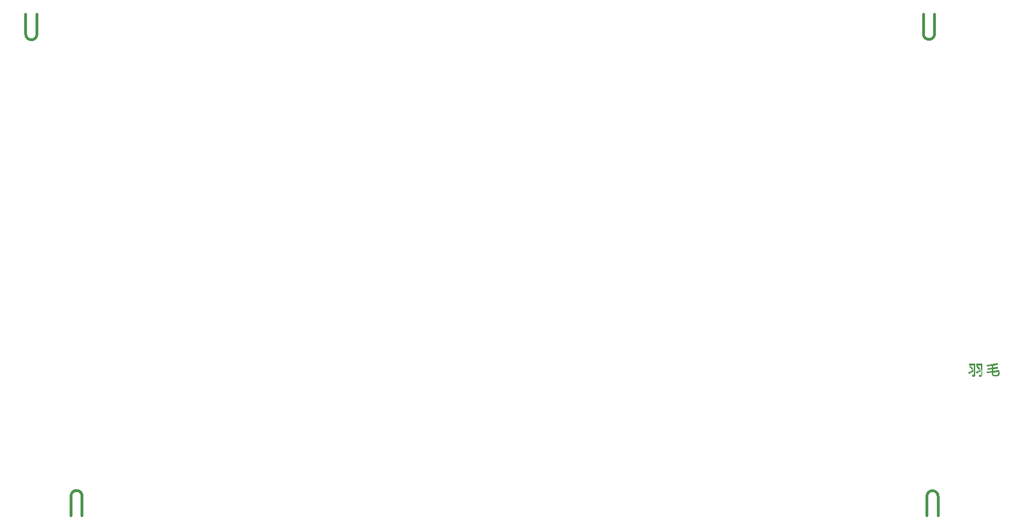
<source format=gbr>
G04 #@! TF.GenerationSoftware,KiCad,Pcbnew,(5.1.5-0-10_14)*
G04 #@! TF.CreationDate,2021-05-22T22:33:54+03:00*
G04 #@! TF.ProjectId,__ - Um_ FR4 Plates,bddb202d-2055-46d4-9d20-46523420506c,rev?*
G04 #@! TF.SameCoordinates,Original*
G04 #@! TF.FileFunction,Soldermask,Top*
G04 #@! TF.FilePolarity,Negative*
%FSLAX46Y46*%
G04 Gerber Fmt 4.6, Leading zero omitted, Abs format (unit mm)*
G04 Created by KiCad (PCBNEW (5.1.5-0-10_14)) date 2021-05-22 22:33:54*
%MOMM*%
%LPD*%
G04 APERTURE LIST*
%ADD10C,0.500000*%
%ADD11C,0.120000*%
%ADD12C,0.100000*%
G04 APERTURE END LIST*
D10*
X59620000Y-41370000D02*
X59620000Y-44905534D01*
X61620000Y-44905498D02*
G75*
G02X59620000Y-44905534I-1000000J-18D01*
G01*
X61620000Y-44905516D02*
X61620000Y-41370000D01*
X220070000Y-41300000D02*
X220070000Y-44835534D01*
X222070000Y-44835498D02*
G75*
G02X220070000Y-44835534I-1000000J-18D01*
G01*
X222070000Y-44835516D02*
X222070000Y-41300000D01*
X222700000Y-131190000D02*
X222700000Y-127654466D01*
X220700000Y-127654502D02*
G75*
G02X222700000Y-127654466I1000000J18D01*
G01*
X220700000Y-127654484D02*
X220700000Y-131190000D01*
X69690000Y-131160000D02*
X69690000Y-127624466D01*
X67690000Y-127624502D02*
G75*
G02X69690000Y-127624466I1000000J18D01*
G01*
X67690000Y-127624484D02*
X67690000Y-131160000D01*
D11*
X232420000Y-104120000D02*
X232430000Y-104550000D01*
X233280000Y-104650000D02*
X231580000Y-104850000D01*
X231580000Y-104750000D02*
X233250000Y-104580000D01*
X231440000Y-105390000D02*
X232420000Y-105300000D01*
X232300000Y-105360000D02*
X231470000Y-105460000D01*
X233470000Y-105240000D02*
X232390000Y-105350000D01*
X233480000Y-105160000D02*
X233470000Y-105240000D01*
X232420000Y-105230000D02*
X233480000Y-105160000D01*
X233230000Y-106030000D02*
X232560000Y-106020000D01*
X233500000Y-105910000D02*
X233230000Y-106030000D01*
X233590000Y-105530000D02*
X233500000Y-105910000D01*
X233530000Y-105510000D02*
X233590000Y-105530000D01*
X233460000Y-105840000D02*
X233530000Y-105510000D01*
X233270000Y-105930000D02*
X233460000Y-105840000D01*
X232870000Y-105960000D02*
X233270000Y-105930000D01*
X232520000Y-105960000D02*
X232870000Y-105960000D01*
X232370000Y-105810000D02*
X232520000Y-105960000D01*
X232360000Y-104200000D02*
X232370000Y-105810000D01*
X232140000Y-104230000D02*
X232360000Y-104200000D01*
X232840000Y-104070000D02*
X232140000Y-104230000D01*
X231520000Y-104230000D02*
X232840000Y-104070000D01*
X233250000Y-103950000D02*
X231520000Y-104230000D01*
X233250000Y-103880000D02*
X233250000Y-103950000D01*
X231450000Y-104170000D02*
X233250000Y-103880000D01*
X230160000Y-105100000D02*
X229570000Y-105420000D01*
X230170000Y-105220000D02*
X230160000Y-105100000D01*
X229580000Y-105520000D02*
X230170000Y-105220000D01*
X229480000Y-105450000D02*
X229580000Y-105520000D01*
X229950000Y-104840000D02*
X229640000Y-104360000D01*
X230070000Y-104820000D02*
X229950000Y-104840000D01*
X229680000Y-104300000D02*
X230070000Y-104820000D01*
X230410000Y-104080000D02*
X229580000Y-104070000D01*
X230380000Y-105920000D02*
X230410000Y-104080000D01*
X230280000Y-105980000D02*
X230380000Y-105920000D01*
X230100000Y-106030000D02*
X230280000Y-105980000D01*
X230110000Y-106080000D02*
X230100000Y-106030000D01*
X230330000Y-106060000D02*
X230110000Y-106080000D01*
X230450000Y-106000000D02*
X230330000Y-106060000D01*
X230500000Y-105870000D02*
X230450000Y-106000000D01*
X230500000Y-104000000D02*
X230500000Y-105870000D01*
X229570000Y-104000000D02*
X230500000Y-104000000D01*
X228850000Y-105220000D02*
X228250000Y-105550000D01*
X228890000Y-105110000D02*
X228850000Y-105220000D01*
X228180000Y-105490000D02*
X228890000Y-105110000D01*
X228720000Y-104870000D02*
X228320000Y-104400000D01*
X228800000Y-104830000D02*
X228720000Y-104870000D01*
X228370000Y-104330000D02*
X228800000Y-104830000D01*
X229160000Y-104050000D02*
X228300000Y-104060000D01*
X229150000Y-105390000D02*
X229160000Y-104050000D01*
X229170000Y-105760000D02*
X229150000Y-105390000D01*
X229120000Y-105930000D02*
X229170000Y-105760000D01*
X228970000Y-106010000D02*
X229120000Y-105930000D01*
X228790000Y-106010000D02*
X228970000Y-106010000D01*
X228850000Y-106090000D02*
X228790000Y-106010000D01*
X229010000Y-106080000D02*
X228850000Y-106090000D01*
X229190000Y-105990000D02*
X229010000Y-106080000D01*
X229250000Y-105860000D02*
X229190000Y-105990000D01*
X229250000Y-103990000D02*
X229250000Y-105860000D01*
X228250000Y-103980000D02*
X229250000Y-103990000D01*
D12*
X228231643Y-104132698D02*
X228231643Y-103937013D01*
X229084833Y-104132698D02*
X228231643Y-104132698D01*
X229084833Y-105861254D02*
X229084833Y-104132698D01*
X228937416Y-105968229D02*
X229084833Y-105861254D01*
X228720857Y-105960401D02*
X228937416Y-105968229D01*
X228889147Y-104854126D02*
X228713031Y-104953273D01*
X229708386Y-104237500D02*
X230154549Y-104851952D01*
X229540097Y-104339257D02*
X229708386Y-104237500D01*
X229969301Y-104936749D02*
X229540097Y-104339257D01*
X230154549Y-104851952D02*
X229969301Y-104936749D01*
X230549834Y-103934840D02*
X230549834Y-105886477D01*
X229528356Y-103934840D02*
X230549834Y-103934840D01*
X229528356Y-104130526D02*
X229528356Y-103934840D01*
X230346322Y-104130526D02*
X229528356Y-104130526D01*
X230346322Y-105889087D02*
X230346322Y-104130526D01*
X230183250Y-105966055D02*
X230346322Y-105889087D01*
X229978433Y-105958229D02*
X230183250Y-105966055D01*
X230044966Y-106157828D02*
X229978433Y-105958229D01*
X230241956Y-106157828D02*
X230044966Y-106157828D01*
X230478084Y-106069117D02*
X230241956Y-106157828D01*
X230549834Y-105886477D02*
X230478084Y-106069117D01*
X229287042Y-103937013D02*
X229287042Y-105901695D01*
X228231643Y-103937013D02*
X229287042Y-103937013D01*
X228988294Y-106157391D02*
X228790000Y-106160000D01*
X232269637Y-104632348D02*
X232269637Y-104257936D01*
X231515596Y-104719755D02*
X232269637Y-104632348D01*
X231532555Y-104920658D02*
X231515596Y-104719755D01*
X232269637Y-104834557D02*
X231532555Y-104920658D01*
X232269637Y-105231147D02*
X232269637Y-104834557D01*
X231390360Y-105334208D02*
X232269637Y-105231147D01*
X231415146Y-105537721D02*
X231390360Y-105334208D01*
X232269637Y-105435963D02*
X231415146Y-105537721D01*
X232269637Y-105828639D02*
X232269637Y-105435963D01*
X232544904Y-106096076D02*
X232269637Y-105828639D01*
X233263722Y-106096076D02*
X232544904Y-106096076D01*
X233549422Y-105947355D02*
X233263722Y-106096076D01*
X233679878Y-105509020D02*
X233549422Y-105947355D01*
X228949172Y-105006318D02*
X228949172Y-105228095D01*
X228092071Y-105486400D02*
X228949172Y-105006318D01*
X228253837Y-105649471D02*
X228092071Y-105486400D01*
X228949172Y-105228095D02*
X228253837Y-105649471D01*
X230215880Y-105016318D02*
X230215880Y-105240705D01*
X229923656Y-105180694D02*
X230215880Y-105016318D01*
X229401829Y-105462481D02*
X229923656Y-105180694D01*
X232473152Y-105206360D02*
X233541594Y-105091558D01*
X232473152Y-104813684D02*
X232473152Y-105206360D01*
X233304162Y-104719755D02*
X232473152Y-104813684D01*
X233304162Y-104520155D02*
X233304162Y-104719755D01*
X232473152Y-104612780D02*
X233304162Y-104520155D01*
X232473152Y-104231845D02*
X232473152Y-104612780D01*
X233396787Y-103990499D02*
X232473152Y-104231845D01*
X233248066Y-103839170D02*
X233396787Y-103990499D01*
X231369483Y-104119653D02*
X233248066Y-103839170D01*
X231494723Y-104321860D02*
X231369483Y-104119653D01*
X232269637Y-104257936D02*
X231494723Y-104321860D01*
X233482890Y-105425527D02*
X233679878Y-105509020D01*
X233420272Y-105801244D02*
X233482890Y-105425527D01*
X233279375Y-105901695D02*
X233420272Y-105801244D01*
X232585344Y-105901695D02*
X233279375Y-105901695D01*
X232473152Y-105797330D02*
X232585344Y-105901695D01*
X232473152Y-105430745D02*
X232473152Y-105797330D01*
X233559858Y-105295071D02*
X232473152Y-105430745D01*
X233541594Y-105091558D02*
X233559858Y-105295071D01*
X229564899Y-105605983D02*
X229401829Y-105462481D01*
X229770695Y-105492486D02*
X229564899Y-105605983D01*
X230215880Y-105240705D02*
X229770695Y-105492486D01*
X228406457Y-104263154D02*
X228889147Y-104854126D01*
X228234253Y-104377958D02*
X228406457Y-104263154D01*
X228713031Y-104953273D02*
X228234253Y-104377958D01*
X229220508Y-106068681D02*
X228988294Y-106157391D01*
X229287042Y-105901695D02*
X229220508Y-106068681D01*
X228790000Y-106160000D02*
X228720857Y-105960401D01*
M02*

</source>
